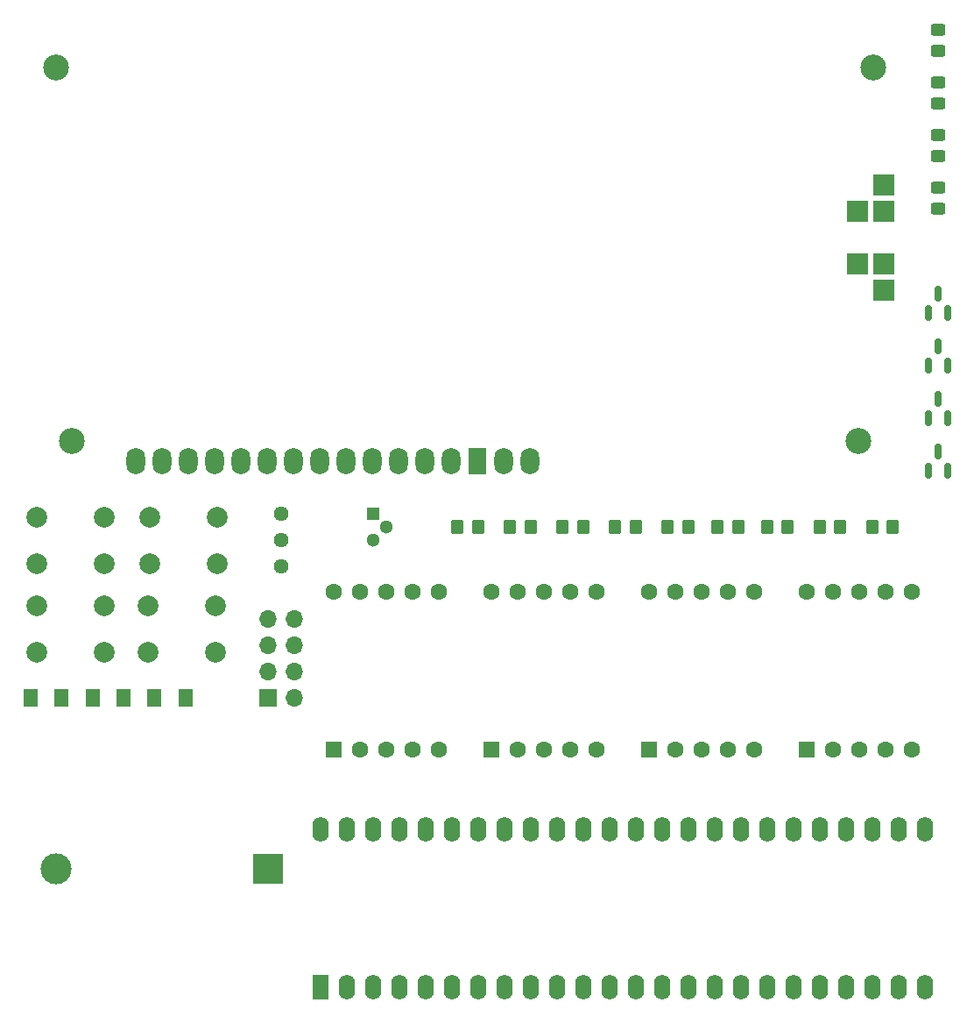
<source format=gbr>
G04 #@! TF.GenerationSoftware,KiCad,Pcbnew,(6.0.8)*
G04 #@! TF.CreationDate,2024-09-05T02:30:57-03:00*
G04 #@! TF.ProjectId,Projeto_01,50726f6a-6574-46f5-9f30-312e6b696361,rev?*
G04 #@! TF.SameCoordinates,Original*
G04 #@! TF.FileFunction,Soldermask,Top*
G04 #@! TF.FilePolarity,Negative*
%FSLAX46Y46*%
G04 Gerber Fmt 4.6, Leading zero omitted, Abs format (unit mm)*
G04 Created by KiCad (PCBNEW (6.0.8)) date 2024-09-05 02:30:57*
%MOMM*%
%LPD*%
G01*
G04 APERTURE LIST*
G04 Aperture macros list*
%AMRoundRect*
0 Rectangle with rounded corners*
0 $1 Rounding radius*
0 $2 $3 $4 $5 $6 $7 $8 $9 X,Y pos of 4 corners*
0 Add a 4 corners polygon primitive as box body*
4,1,4,$2,$3,$4,$5,$6,$7,$8,$9,$2,$3,0*
0 Add four circle primitives for the rounded corners*
1,1,$1+$1,$2,$3*
1,1,$1+$1,$4,$5*
1,1,$1+$1,$6,$7*
1,1,$1+$1,$8,$9*
0 Add four rect primitives between the rounded corners*
20,1,$1+$1,$2,$3,$4,$5,0*
20,1,$1+$1,$4,$5,$6,$7,0*
20,1,$1+$1,$6,$7,$8,$9,0*
20,1,$1+$1,$8,$9,$2,$3,0*%
G04 Aperture macros list end*
%ADD10R,1.300000X1.300000*%
%ADD11C,1.300000*%
%ADD12R,1.600000X2.400000*%
%ADD13O,1.600000X2.400000*%
%ADD14C,1.600000*%
%ADD15R,1.600000X1.600000*%
%ADD16C,2.000000*%
%ADD17C,1.440000*%
%ADD18RoundRect,0.250000X-0.350000X-0.450000X0.350000X-0.450000X0.350000X0.450000X-0.350000X0.450000X0*%
%ADD19RoundRect,0.150000X0.150000X-0.587500X0.150000X0.587500X-0.150000X0.587500X-0.150000X-0.587500X0*%
%ADD20R,1.700000X1.700000*%
%ADD21O,1.700000X1.700000*%
%ADD22C,2.500000*%
%ADD23R,1.800000X2.600000*%
%ADD24O,1.800000X2.600000*%
%ADD25R,2.000000X2.000000*%
%ADD26RoundRect,0.250001X-0.462499X-0.624999X0.462499X-0.624999X0.462499X0.624999X-0.462499X0.624999X0*%
%ADD27RoundRect,0.250000X0.450000X-0.325000X0.450000X0.325000X-0.450000X0.325000X-0.450000X-0.325000X0*%
%ADD28R,3.000000X3.000000*%
%ADD29C,3.000000*%
G04 APERTURE END LIST*
D10*
G04 #@! TO.C,U6*
X207010000Y-83820000D03*
D11*
X208280000Y-85090000D03*
X207010000Y-86360000D03*
G04 #@! TD*
D12*
G04 #@! TO.C,U5*
X201940000Y-129520000D03*
D13*
X204480000Y-129520000D03*
X207020000Y-129520000D03*
X209560000Y-129520000D03*
X212100000Y-129520000D03*
X214640000Y-129520000D03*
X217180000Y-129520000D03*
X219720000Y-129520000D03*
X222260000Y-129520000D03*
X224800000Y-129520000D03*
X227340000Y-129520000D03*
X229880000Y-129520000D03*
X232420000Y-129520000D03*
X234960000Y-129520000D03*
X237500000Y-129520000D03*
X240040000Y-129520000D03*
X242580000Y-129520000D03*
X245120000Y-129520000D03*
X247660000Y-129520000D03*
X250200000Y-129520000D03*
X252740000Y-129520000D03*
X255280000Y-129520000D03*
X257820000Y-129520000D03*
X260360000Y-129520000D03*
X260360000Y-114280000D03*
X257820000Y-114280000D03*
X255280000Y-114280000D03*
X252740000Y-114280000D03*
X250200000Y-114280000D03*
X247660000Y-114280000D03*
X245120000Y-114280000D03*
X242580000Y-114280000D03*
X240040000Y-114280000D03*
X237500000Y-114280000D03*
X234960000Y-114280000D03*
X232420000Y-114280000D03*
X229880000Y-114280000D03*
X227340000Y-114280000D03*
X224800000Y-114280000D03*
X222260000Y-114280000D03*
X219720000Y-114280000D03*
X217180000Y-114280000D03*
X214640000Y-114280000D03*
X212100000Y-114280000D03*
X209560000Y-114280000D03*
X207020000Y-114280000D03*
X204480000Y-114280000D03*
X201940000Y-114280000D03*
G04 #@! TD*
D14*
G04 #@! TO.C,U4*
X248920000Y-91317500D03*
X251460000Y-91317500D03*
X254000000Y-91317500D03*
X256540000Y-91317500D03*
X259080000Y-91317500D03*
X259080000Y-106557500D03*
X256540000Y-106557500D03*
X254000000Y-106557500D03*
X251460000Y-106557500D03*
D15*
X248920000Y-106557500D03*
G04 #@! TD*
D14*
G04 #@! TO.C,U3*
X233680000Y-91317500D03*
X236220000Y-91317500D03*
X238760000Y-91317500D03*
X241300000Y-91317500D03*
X243840000Y-91317500D03*
X243840000Y-106557500D03*
X241300000Y-106557500D03*
X238760000Y-106557500D03*
X236220000Y-106557500D03*
D15*
X233680000Y-106557500D03*
G04 #@! TD*
D14*
G04 #@! TO.C,U2*
X218440000Y-91317500D03*
X220980000Y-91317500D03*
X223520000Y-91317500D03*
X226060000Y-91317500D03*
X228600000Y-91317500D03*
X228600000Y-106557500D03*
X226060000Y-106557500D03*
X223520000Y-106557500D03*
X220980000Y-106557500D03*
D15*
X218440000Y-106557500D03*
G04 #@! TD*
D14*
G04 #@! TO.C,U1*
X203200000Y-91317500D03*
X205740000Y-91317500D03*
X208280000Y-91317500D03*
X210820000Y-91317500D03*
X213360000Y-91317500D03*
X213360000Y-106557500D03*
X210820000Y-106557500D03*
X208280000Y-106557500D03*
X205740000Y-106557500D03*
D15*
X203200000Y-106557500D03*
G04 #@! TD*
D16*
G04 #@! TO.C,SW4*
X185270000Y-97210000D03*
X191770000Y-97210000D03*
X191770000Y-92710000D03*
X185270000Y-92710000D03*
G04 #@! TD*
G04 #@! TO.C,SW3*
X185420000Y-88610000D03*
X191920000Y-88610000D03*
X191920000Y-84110000D03*
X185420000Y-84110000D03*
G04 #@! TD*
G04 #@! TO.C,SW2*
X174550000Y-92710000D03*
X181050000Y-92710000D03*
X181050000Y-97210000D03*
X174550000Y-97210000D03*
G04 #@! TD*
G04 #@! TO.C,SW1*
X174550000Y-84110000D03*
X181050000Y-84110000D03*
X181050000Y-88610000D03*
X174550000Y-88610000D03*
G04 #@! TD*
D17*
G04 #@! TO.C,RV1*
X198120000Y-88900000D03*
X198120000Y-86360000D03*
X198120000Y-83820000D03*
G04 #@! TD*
D18*
G04 #@! TO.C,R9*
X235490000Y-85090000D03*
X237490000Y-85090000D03*
G04 #@! TD*
G04 #@! TO.C,R8*
X232410000Y-85090000D03*
X230410000Y-85090000D03*
G04 #@! TD*
G04 #@! TO.C,R7*
X225330000Y-85090000D03*
X227330000Y-85090000D03*
G04 #@! TD*
G04 #@! TO.C,R6*
X222250000Y-85090000D03*
X220250000Y-85090000D03*
G04 #@! TD*
G04 #@! TO.C,R5*
X242300000Y-85090000D03*
X240300000Y-85090000D03*
G04 #@! TD*
G04 #@! TO.C,R4*
X255270000Y-85090000D03*
X257270000Y-85090000D03*
G04 #@! TD*
G04 #@! TO.C,R3*
X252190000Y-85090000D03*
X250190000Y-85090000D03*
G04 #@! TD*
G04 #@! TO.C,R2*
X245110000Y-85090000D03*
X247110000Y-85090000D03*
G04 #@! TD*
G04 #@! TO.C,R1*
X217170000Y-85090000D03*
X215170000Y-85090000D03*
G04 #@! TD*
D19*
G04 #@! TO.C,Q4*
X260670000Y-79677500D03*
X262570000Y-79677500D03*
X261620000Y-77802500D03*
G04 #@! TD*
G04 #@! TO.C,Q3*
X260670000Y-74597500D03*
X262570000Y-74597500D03*
X261620000Y-72722500D03*
G04 #@! TD*
G04 #@! TO.C,Q2*
X260670000Y-69517500D03*
X262570000Y-69517500D03*
X261620000Y-67642500D03*
G04 #@! TD*
G04 #@! TO.C,Q1*
X260670000Y-64437500D03*
X262570000Y-64437500D03*
X261620000Y-62562500D03*
G04 #@! TD*
D20*
G04 #@! TO.C,J1*
X196830000Y-101590000D03*
D21*
X199370000Y-101590000D03*
X196830000Y-99050000D03*
X199370000Y-99050000D03*
X196830000Y-96510000D03*
X199370000Y-96510000D03*
X196830000Y-93970000D03*
X199370000Y-93970000D03*
G04 #@! TD*
D22*
G04 #@! TO.C,DS1*
X253900000Y-76740000D03*
X255400000Y-40740000D03*
X177900000Y-76740000D03*
X176400000Y-40740000D03*
D23*
X217120000Y-78740000D03*
D24*
X214580000Y-78740000D03*
X212040000Y-78740000D03*
X209500000Y-78740000D03*
X206960000Y-78740000D03*
X204420000Y-78740000D03*
X201880000Y-78740000D03*
X199340000Y-78740000D03*
X196800000Y-78740000D03*
X194260000Y-78740000D03*
X191720000Y-78740000D03*
X189180000Y-78740000D03*
X186634920Y-78737460D03*
X184100000Y-78740000D03*
X222200000Y-78740000D03*
X219654920Y-78737460D03*
D25*
X253860000Y-54600000D03*
X256400000Y-52060000D03*
X256400000Y-54600000D03*
X253860000Y-59680000D03*
X256400000Y-62220000D03*
X256400000Y-59680000D03*
G04 #@! TD*
D26*
G04 #@! TO.C,D7*
X176890000Y-101600000D03*
X173915000Y-101600000D03*
G04 #@! TD*
G04 #@! TO.C,D6*
X188870000Y-101600000D03*
X185895000Y-101600000D03*
G04 #@! TD*
G04 #@! TO.C,D5*
X182880000Y-101600000D03*
X179905000Y-101600000D03*
G04 #@! TD*
D27*
G04 #@! TO.C,D4*
X261620000Y-54365000D03*
X261620000Y-52315000D03*
G04 #@! TD*
G04 #@! TO.C,D3*
X261620000Y-49285000D03*
X261620000Y-47235000D03*
G04 #@! TD*
G04 #@! TO.C,D2*
X261620000Y-44205000D03*
X261620000Y-42155000D03*
G04 #@! TD*
G04 #@! TO.C,D1*
X261620000Y-39125000D03*
X261620000Y-37075000D03*
G04 #@! TD*
D28*
G04 #@! TO.C,BT1*
X196850000Y-118110000D03*
D29*
X176360000Y-118110000D03*
G04 #@! TD*
M02*

</source>
